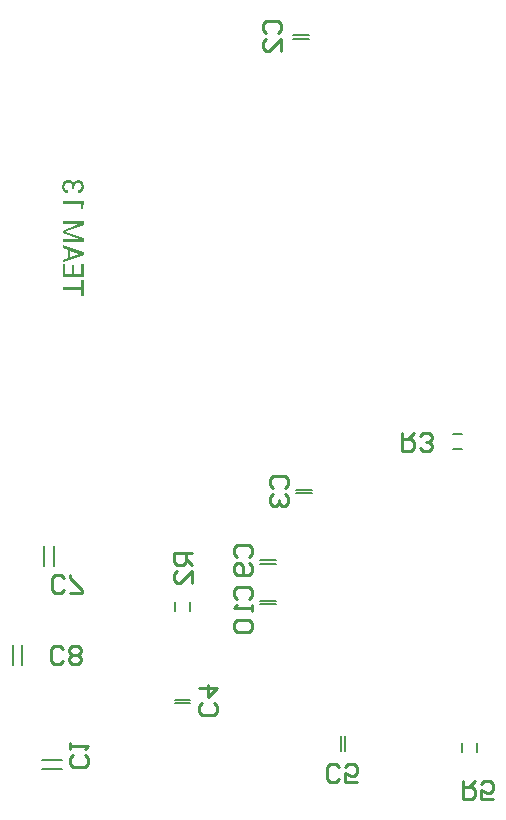
<source format=gbo>
G04 Layer_Color=32896*
%FSLAX44Y44*%
%MOMM*%
G71*
G01*
G75*
%ADD39C,0.1270*%
%ADD40C,0.2540*%
G36*
X101567Y629920D02*
X99664D01*
Y635689D01*
X83820D01*
Y638091D01*
X99664D01*
Y643948D01*
X101567D01*
Y629920D01*
D02*
G37*
G36*
Y667172D02*
Y665122D01*
X83820Y658708D01*
Y661168D01*
X88389Y662750D01*
Y669456D01*
X83820Y671009D01*
Y673469D01*
X101567Y667172D01*
D02*
G37*
G36*
X85694Y648868D02*
X92049D01*
Y656160D01*
X93924D01*
Y648868D01*
X99664D01*
Y657273D01*
X101567D01*
Y646467D01*
X83820D01*
Y657420D01*
X85694D01*
Y648868D01*
D02*
G37*
G36*
X89326Y728585D02*
X89824Y728497D01*
X90292Y728380D01*
X90673Y728263D01*
X90995Y728146D01*
X91200Y728029D01*
X91347Y727941D01*
X91405Y727912D01*
X91786Y727619D01*
X92108Y727297D01*
X92401Y726974D01*
X92606Y726652D01*
X92782Y726359D01*
X92928Y726096D01*
X92987Y725949D01*
X93016Y725920D01*
Y725891D01*
X93250Y726301D01*
X93514Y726682D01*
X93777Y726974D01*
X94041Y727238D01*
X94275Y727443D01*
X94451Y727589D01*
X94568Y727677D01*
X94627Y727707D01*
X95007Y727912D01*
X95417Y728087D01*
X95798Y728204D01*
X96150Y728263D01*
X96442Y728322D01*
X96677Y728351D01*
X96882D01*
X97321Y728322D01*
X97731Y728292D01*
X98492Y728146D01*
X99107Y727912D01*
X99635Y727648D01*
X100045Y727384D01*
X100337Y727179D01*
X100513Y727004D01*
X100572Y726974D01*
Y726945D01*
X100806Y726682D01*
X100982Y726389D01*
X101304Y725744D01*
X101538Y725100D01*
X101685Y724485D01*
X101772Y723929D01*
X101802Y723694D01*
Y723489D01*
X101831Y723314D01*
Y723196D01*
Y723109D01*
Y723079D01*
X101802Y722640D01*
X101772Y722201D01*
X101597Y721410D01*
X101392Y720707D01*
X101128Y720151D01*
X100982Y719887D01*
X100865Y719682D01*
X100718Y719477D01*
X100630Y719331D01*
X100542Y719214D01*
X100455Y719126D01*
X100425Y719067D01*
X100396Y719038D01*
X100132Y718774D01*
X99840Y718540D01*
X99576Y718335D01*
X99283Y718159D01*
X98697Y717896D01*
X98170Y717720D01*
X97702Y717603D01*
X97497Y717574D01*
X97321D01*
X97204Y717544D01*
X96999D01*
X96911Y717574D01*
Y719858D01*
X97380Y719887D01*
X97789Y720004D01*
X98141Y720151D01*
X98463Y720327D01*
X98727Y720473D01*
X98902Y720619D01*
X99019Y720736D01*
X99049Y720766D01*
X99342Y721117D01*
X99547Y721498D01*
X99722Y721908D01*
X99810Y722259D01*
X99869Y722581D01*
X99927Y722845D01*
Y723021D01*
Y723050D01*
Y723079D01*
X99898Y723577D01*
X99810Y724017D01*
X99664Y724368D01*
X99517Y724690D01*
X99371Y724924D01*
X99225Y725071D01*
X99137Y725188D01*
X99107Y725217D01*
X98785Y725452D01*
X98434Y725627D01*
X98053Y725774D01*
X97731Y725862D01*
X97409Y725920D01*
X97175Y725949D01*
X96940D01*
X96442Y725920D01*
X95974Y725832D01*
X95593Y725744D01*
X95271Y725627D01*
X95007Y725481D01*
X94832Y725393D01*
X94714Y725305D01*
X94685Y725276D01*
X94422Y724983D01*
X94217Y724661D01*
X94100Y724280D01*
X93982Y723899D01*
X93924Y723577D01*
X93895Y723284D01*
Y723167D01*
Y723079D01*
Y723050D01*
Y723021D01*
Y721029D01*
X92049D01*
Y723021D01*
X92020Y723607D01*
X91932Y724075D01*
X91786Y724514D01*
X91639Y724837D01*
X91464Y725100D01*
X91347Y725276D01*
X91229Y725393D01*
X91200Y725422D01*
X90849Y725686D01*
X90468Y725891D01*
X90058Y726008D01*
X89648Y726125D01*
X89297Y726184D01*
X88974Y726213D01*
X88711D01*
X88184Y726184D01*
X87715Y726096D01*
X87305Y725949D01*
X86983Y725803D01*
X86690Y725627D01*
X86514Y725510D01*
X86368Y725393D01*
X86339Y725364D01*
X86046Y725042D01*
X85812Y724661D01*
X85665Y724280D01*
X85548Y723929D01*
X85489Y723577D01*
X85460Y723314D01*
X85431Y723138D01*
Y723109D01*
Y723079D01*
X85460Y722552D01*
X85577Y722084D01*
X85724Y721644D01*
X85870Y721293D01*
X86046Y721029D01*
X86163Y720824D01*
X86280Y720707D01*
X86309Y720649D01*
X86661Y720356D01*
X87012Y720122D01*
X87393Y719975D01*
X87715Y719858D01*
X88037Y719799D01*
X88272Y719770D01*
X88418Y719741D01*
X88476D01*
Y717427D01*
X88418Y717398D01*
X88008D01*
X87627Y717457D01*
X87276Y717544D01*
X86954Y717632D01*
X86339Y717896D01*
X85841Y718218D01*
X85431Y718511D01*
X85138Y718804D01*
X85050Y718921D01*
X84962Y719009D01*
X84933Y719038D01*
X84904Y719067D01*
X84669Y719389D01*
X84464Y719741D01*
X84142Y720414D01*
X83908Y721088D01*
X83761Y721732D01*
X83644Y722259D01*
X83615Y722494D01*
Y722699D01*
X83586Y722845D01*
Y722991D01*
Y723050D01*
Y723079D01*
X83615Y723519D01*
X83644Y723958D01*
X83791Y724749D01*
X84025Y725422D01*
X84259Y726008D01*
X84376Y726242D01*
X84494Y726447D01*
X84611Y726623D01*
X84728Y726799D01*
X84816Y726916D01*
X84874Y727004D01*
X84933Y727033D01*
Y727062D01*
X85197Y727326D01*
X85489Y727589D01*
X85812Y727794D01*
X86104Y727970D01*
X86749Y728234D01*
X87364Y728410D01*
X87920Y728527D01*
X88154Y728556D01*
X88359Y728585D01*
X88535Y728615D01*
X88769D01*
X89326Y728585D01*
D02*
G37*
G36*
X101157Y704278D02*
X99312D01*
X99342Y708143D01*
X83820D01*
Y710545D01*
X101831D01*
X101157Y704278D01*
D02*
G37*
G36*
X101567Y690601D02*
X87129Y684949D01*
Y684861D01*
X101567Y679209D01*
Y676046D01*
X83820D01*
Y678447D01*
X97555D01*
Y678535D01*
X83820Y684070D01*
Y685740D01*
X97116Y691128D01*
Y691187D01*
X83820D01*
Y693588D01*
X101567D01*
Y690601D01*
D02*
G37*
%LPC*%
G36*
X90380Y668754D02*
Y663453D01*
X98024Y666088D01*
Y666176D01*
X90380Y668754D01*
D02*
G37*
%LPD*%
D39*
X322806Y244948D02*
Y257972D01*
X319814Y244948D02*
Y257972D01*
X178908Y288516D02*
X191932D01*
X178908Y285524D02*
X191932D01*
X281778Y463324D02*
X294802D01*
X281778Y466316D02*
X294802D01*
X279238Y848134D02*
X292262D01*
X279238Y851126D02*
X292262D01*
X66168Y237680D02*
X83692D01*
X66168Y229680D02*
X83692D01*
X41720Y317628D02*
Y335152D01*
X49720Y317628D02*
Y335152D01*
X68390Y401448D02*
Y418972D01*
X76390Y401448D02*
Y418972D01*
X191770Y363220D02*
Y370840D01*
X179070Y363220D02*
Y370840D01*
X414020Y500380D02*
X421640D01*
X414020Y513080D02*
X421640D01*
Y243840D02*
Y251460D01*
X434340Y243840D02*
Y251460D01*
X251298Y372336D02*
X264322D01*
X251298Y369344D02*
X264322D01*
X251298Y403634D02*
X264322D01*
X251298Y406626D02*
X264322D01*
D40*
X422910Y219710D02*
Y204475D01*
X430527D01*
X433067Y207014D01*
Y212092D01*
X430527Y214632D01*
X422910D01*
X427988D02*
X433067Y219710D01*
X448302Y204475D02*
X438145D01*
Y212092D01*
X443223Y209553D01*
X445763D01*
X448302Y212092D01*
Y217171D01*
X445763Y219710D01*
X440684D01*
X438145Y217171D01*
X370840Y514350D02*
Y499115D01*
X378457D01*
X380997Y501654D01*
Y506732D01*
X378457Y509272D01*
X370840D01*
X375918D02*
X380997Y514350D01*
X386075Y501654D02*
X388614Y499115D01*
X393693D01*
X396232Y501654D01*
Y504193D01*
X393693Y506732D01*
X391153D01*
X393693D01*
X396232Y509272D01*
Y511811D01*
X393693Y514350D01*
X388614D01*
X386075Y511811D01*
X193040Y412750D02*
X177805D01*
Y405132D01*
X180344Y402593D01*
X185422D01*
X187962Y405132D01*
Y412750D01*
Y407672D02*
X193040Y402593D01*
Y387358D02*
Y397515D01*
X182883Y387358D01*
X180344D01*
X177805Y389897D01*
Y394976D01*
X180344Y397515D01*
X231144Y373383D02*
X228605Y375923D01*
Y381001D01*
X231144Y383540D01*
X241301D01*
X243840Y381001D01*
Y375923D01*
X241301Y373383D01*
X243840Y368305D02*
Y363227D01*
Y365766D01*
X228605D01*
X231144Y368305D01*
Y355609D02*
X228605Y353070D01*
Y347991D01*
X231144Y345452D01*
X241301D01*
X243840Y347991D01*
Y353070D01*
X241301Y355609D01*
X231144D01*
Y408943D02*
X228605Y411483D01*
Y416561D01*
X231144Y419100D01*
X241301D01*
X243840Y416561D01*
Y411483D01*
X241301Y408943D01*
Y403865D02*
X243840Y401326D01*
Y396247D01*
X241301Y393708D01*
X231144D01*
X228605Y396247D01*
Y401326D01*
X231144Y403865D01*
X233683D01*
X236222Y401326D01*
Y393708D01*
X83817Y321314D02*
X81278Y318775D01*
X76199D01*
X73660Y321314D01*
Y331471D01*
X76199Y334010D01*
X81278D01*
X83817Y331471D01*
X88895Y321314D02*
X91434Y318775D01*
X96513D01*
X99052Y321314D01*
Y323853D01*
X96513Y326393D01*
X99052Y328932D01*
Y331471D01*
X96513Y334010D01*
X91434D01*
X88895Y331471D01*
Y328932D01*
X91434Y326393D01*
X88895Y323853D01*
Y321314D01*
X91434Y326393D02*
X96513D01*
X85087Y381004D02*
X82548Y378465D01*
X77469D01*
X74930Y381004D01*
Y391161D01*
X77469Y393700D01*
X82548D01*
X85087Y391161D01*
X90165Y378465D02*
X100322D01*
Y381004D01*
X90165Y391161D01*
Y393700D01*
X317624Y221619D02*
X315084Y219080D01*
X310006D01*
X307467Y221619D01*
Y231776D01*
X310006Y234315D01*
X315084D01*
X317624Y231776D01*
X332859Y219080D02*
X322702D01*
Y226698D01*
X327780Y224158D01*
X330320D01*
X332859Y226698D01*
Y231776D01*
X330320Y234315D01*
X325241D01*
X322702Y231776D01*
X212086Y285747D02*
X214625Y283207D01*
Y278129D01*
X212086Y275590D01*
X201929D01*
X199390Y278129D01*
Y283207D01*
X201929Y285747D01*
X199390Y298443D02*
X214625D01*
X207008Y290825D01*
Y300982D01*
X261624Y467363D02*
X259085Y469902D01*
Y474981D01*
X261624Y477520D01*
X271781D01*
X274320Y474981D01*
Y469902D01*
X271781Y467363D01*
X261624Y462285D02*
X259085Y459746D01*
Y454667D01*
X261624Y452128D01*
X264163D01*
X266702Y454667D01*
Y457207D01*
Y454667D01*
X269242Y452128D01*
X271781D01*
X274320Y454667D01*
Y459746D01*
X271781Y462285D01*
X255909Y853316D02*
X253370Y855855D01*
Y860934D01*
X255909Y863473D01*
X266066D01*
X268605Y860934D01*
Y855855D01*
X266066Y853316D01*
X268605Y838081D02*
Y848238D01*
X258448Y838081D01*
X255909D01*
X253370Y840620D01*
Y845699D01*
X255909Y848238D01*
X102866Y241297D02*
X105405Y238757D01*
Y233679D01*
X102866Y231140D01*
X92709D01*
X90170Y233679D01*
Y238757D01*
X92709Y241297D01*
X90170Y246375D02*
Y251453D01*
Y248914D01*
X105405D01*
X102866Y246375D01*
M02*

</source>
